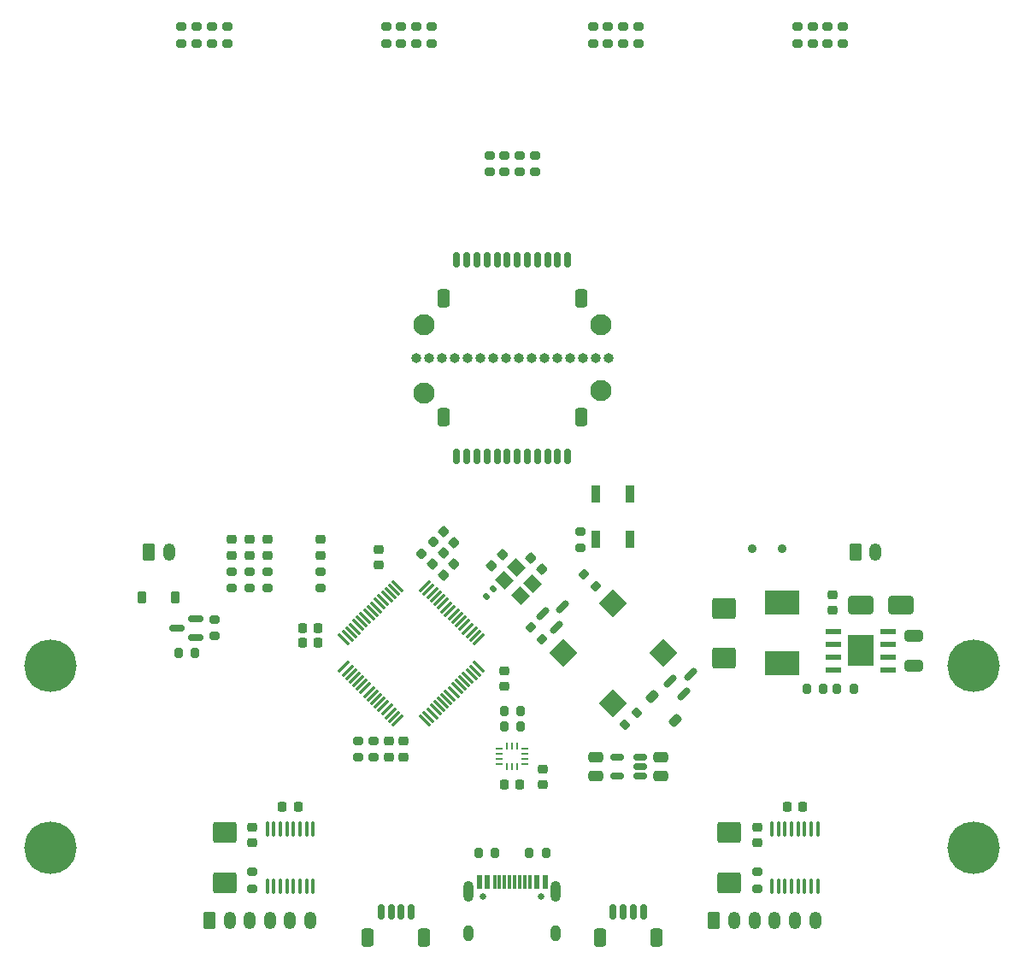
<source format=gbr>
%TF.GenerationSoftware,KiCad,Pcbnew,(7.0.0)*%
%TF.CreationDate,2023-09-26T23:36:23+07:00*%
%TF.ProjectId,Line Tracer F405RGT,4c696e65-2054-4726-9163-657220463430,rev?*%
%TF.SameCoordinates,Original*%
%TF.FileFunction,Soldermask,Top*%
%TF.FilePolarity,Negative*%
%FSLAX46Y46*%
G04 Gerber Fmt 4.6, Leading zero omitted, Abs format (unit mm)*
G04 Created by KiCad (PCBNEW (7.0.0)) date 2023-09-26 23:36:23*
%MOMM*%
%LPD*%
G01*
G04 APERTURE LIST*
G04 Aperture macros list*
%AMRoundRect*
0 Rectangle with rounded corners*
0 $1 Rounding radius*
0 $2 $3 $4 $5 $6 $7 $8 $9 X,Y pos of 4 corners*
0 Add a 4 corners polygon primitive as box body*
4,1,4,$2,$3,$4,$5,$6,$7,$8,$9,$2,$3,0*
0 Add four circle primitives for the rounded corners*
1,1,$1+$1,$2,$3*
1,1,$1+$1,$4,$5*
1,1,$1+$1,$6,$7*
1,1,$1+$1,$8,$9*
0 Add four rect primitives between the rounded corners*
20,1,$1+$1,$2,$3,$4,$5,0*
20,1,$1+$1,$4,$5,$6,$7,0*
20,1,$1+$1,$6,$7,$8,$9,0*
20,1,$1+$1,$8,$9,$2,$3,0*%
%AMRotRect*
0 Rectangle, with rotation*
0 The origin of the aperture is its center*
0 $1 length*
0 $2 width*
0 $3 Rotation angle, in degrees counterclockwise*
0 Add horizontal line*
21,1,$1,$2,0,0,$3*%
G04 Aperture macros list end*
%ADD10RoundRect,0.150000X0.587500X0.150000X-0.587500X0.150000X-0.587500X-0.150000X0.587500X-0.150000X0*%
%ADD11RoundRect,0.200000X-0.275000X0.200000X-0.275000X-0.200000X0.275000X-0.200000X0.275000X0.200000X0*%
%ADD12R,0.900000X1.700000*%
%ADD13RoundRect,0.200000X-0.053033X0.335876X-0.335876X0.053033X0.053033X-0.335876X0.335876X-0.053033X0*%
%ADD14RoundRect,0.250000X-0.350000X-0.625000X0.350000X-0.625000X0.350000X0.625000X-0.350000X0.625000X0*%
%ADD15O,1.200000X1.750000*%
%ADD16RoundRect,0.150000X0.150000X0.625000X-0.150000X0.625000X-0.150000X-0.625000X0.150000X-0.625000X0*%
%ADD17RoundRect,0.250000X0.350000X0.650000X-0.350000X0.650000X-0.350000X-0.650000X0.350000X-0.650000X0*%
%ADD18RoundRect,0.225000X-0.250000X0.225000X-0.250000X-0.225000X0.250000X-0.225000X0.250000X0.225000X0*%
%ADD19RoundRect,0.150000X-0.309359X-0.521491X0.521491X0.309359X0.309359X0.521491X-0.521491X-0.309359X0*%
%ADD20RoundRect,0.225000X0.225000X0.250000X-0.225000X0.250000X-0.225000X-0.250000X0.225000X-0.250000X0*%
%ADD21RoundRect,0.225000X0.250000X-0.225000X0.250000X0.225000X-0.250000X0.225000X-0.250000X-0.225000X0*%
%ADD22RoundRect,0.200000X0.275000X-0.200000X0.275000X0.200000X-0.275000X0.200000X-0.275000X-0.200000X0*%
%ADD23R,3.500000X2.350000*%
%ADD24C,2.100000*%
%ADD25RoundRect,0.100000X0.100000X-0.637500X0.100000X0.637500X-0.100000X0.637500X-0.100000X-0.637500X0*%
%ADD26RoundRect,0.200000X0.200000X0.275000X-0.200000X0.275000X-0.200000X-0.275000X0.200000X-0.275000X0*%
%ADD27O,1.000000X1.000000*%
%ADD28RoundRect,0.218750X0.026517X-0.335876X0.335876X-0.026517X-0.026517X0.335876X-0.335876X0.026517X0*%
%ADD29RoundRect,0.250000X0.475000X-0.250000X0.475000X0.250000X-0.475000X0.250000X-0.475000X-0.250000X0*%
%ADD30RoundRect,0.250000X-0.925000X0.787500X-0.925000X-0.787500X0.925000X-0.787500X0.925000X0.787500X0*%
%ADD31RoundRect,0.200000X0.335876X0.053033X0.053033X0.335876X-0.335876X-0.053033X-0.053033X-0.335876X0*%
%ADD32RoundRect,0.225000X-0.335876X-0.017678X-0.017678X-0.335876X0.335876X0.017678X0.017678X0.335876X0*%
%ADD33RoundRect,0.200000X-0.200000X-0.275000X0.200000X-0.275000X0.200000X0.275000X-0.200000X0.275000X0*%
%ADD34RoundRect,0.225000X0.017678X-0.335876X0.335876X-0.017678X-0.017678X0.335876X-0.335876X0.017678X0*%
%ADD35RoundRect,0.150000X-0.150000X-0.625000X0.150000X-0.625000X0.150000X0.625000X-0.150000X0.625000X0*%
%ADD36RoundRect,0.250000X-0.350000X-0.650000X0.350000X-0.650000X0.350000X0.650000X-0.350000X0.650000X0*%
%ADD37RoundRect,0.225000X-0.225000X-0.250000X0.225000X-0.250000X0.225000X0.250000X-0.225000X0.250000X0*%
%ADD38RoundRect,0.218750X0.256250X-0.218750X0.256250X0.218750X-0.256250X0.218750X-0.256250X-0.218750X0*%
%ADD39RoundRect,0.250000X0.925000X-0.787500X0.925000X0.787500X-0.925000X0.787500X-0.925000X-0.787500X0*%
%ADD40RoundRect,0.250000X-0.650000X0.325000X-0.650000X-0.325000X0.650000X-0.325000X0.650000X0.325000X0*%
%ADD41RoundRect,0.135000X0.035355X-0.226274X0.226274X-0.035355X-0.035355X0.226274X-0.226274X0.035355X0*%
%ADD42RotRect,2.000000X2.000000X225.000000*%
%ADD43R,0.675000X0.250000*%
%ADD44R,0.250000X0.675000*%
%ADD45RoundRect,0.250000X-0.475000X0.250000X-0.475000X-0.250000X0.475000X-0.250000X0.475000X0.250000X0*%
%ADD46RoundRect,0.225000X0.424264X0.106066X0.106066X0.424264X-0.424264X-0.106066X-0.106066X-0.424264X0*%
%ADD47RoundRect,0.075000X0.441942X0.548008X-0.548008X-0.441942X-0.441942X-0.548008X0.548008X0.441942X0*%
%ADD48RoundRect,0.075000X-0.441942X0.548008X-0.548008X0.441942X0.441942X-0.548008X0.548008X-0.441942X0*%
%ADD49C,5.200000*%
%ADD50C,0.650000*%
%ADD51R,0.600000X1.450000*%
%ADD52R,0.300000X1.450000*%
%ADD53O,1.000000X2.100000*%
%ADD54O,1.000000X1.600000*%
%ADD55RoundRect,0.225000X-0.225000X-0.375000X0.225000X-0.375000X0.225000X0.375000X-0.225000X0.375000X0*%
%ADD56R,1.550000X0.600000*%
%ADD57R,2.600000X3.100000*%
%ADD58RoundRect,0.225000X0.335876X0.017678X0.017678X0.335876X-0.335876X-0.017678X-0.017678X-0.335876X0*%
%ADD59RoundRect,0.150000X0.512500X0.150000X-0.512500X0.150000X-0.512500X-0.150000X0.512500X-0.150000X0*%
%ADD60RotRect,1.400000X1.200000X135.000000*%
%ADD61RoundRect,0.200000X-0.335876X-0.053033X-0.053033X-0.335876X0.335876X0.053033X0.053033X0.335876X0*%
%ADD62RoundRect,0.250000X1.000000X0.650000X-1.000000X0.650000X-1.000000X-0.650000X1.000000X-0.650000X0*%
%ADD63C,0.900000*%
G04 APERTURE END LIST*
D10*
%TO.C,Q2*%
X114737500Y-113800000D03*
X114737500Y-111900000D03*
X112862500Y-112850000D03*
%TD*%
D11*
%TO.C,R14*%
X158550000Y-53275000D03*
X158550000Y-54925000D03*
%TD*%
D12*
%TO.C,SW3*%
X154349999Y-99599999D03*
X157749999Y-99599999D03*
%TD*%
D13*
%TO.C,R3*%
X158383363Y-121266637D03*
X157216637Y-122433363D03*
%TD*%
D14*
%TO.C,J3*%
X166050000Y-141800000D03*
D15*
X168049999Y-141799999D03*
X170049999Y-141799999D03*
X172049999Y-141799999D03*
X174049999Y-141799999D03*
X176049999Y-141799999D03*
%TD*%
D12*
%TO.C,SW2*%
X154349999Y-104099999D03*
X157749999Y-104099999D03*
%TD*%
D16*
%TO.C,J7*%
X136050000Y-141025000D03*
X135050000Y-141025000D03*
X134050000Y-141025000D03*
X133050000Y-141025000D03*
D17*
X137350000Y-143550000D03*
X131750000Y-143550000D03*
%TD*%
D18*
%TO.C,C10*%
X149050000Y-126825000D03*
X149050000Y-128375000D03*
%TD*%
D11*
%TO.C,R22*%
X113300000Y-53275000D03*
X113300000Y-54925000D03*
%TD*%
D19*
%TO.C,Q3*%
X149058482Y-111452074D03*
X150401985Y-112795577D03*
X151056059Y-110798000D03*
%TD*%
D11*
%TO.C,R13*%
X178800000Y-53275000D03*
X178800000Y-54925000D03*
%TD*%
D20*
%TO.C,C8*%
X126825000Y-112850000D03*
X125275000Y-112850000D03*
%TD*%
D21*
%TO.C,C23*%
X177800000Y-111125000D03*
X177800000Y-109575000D03*
%TD*%
%TO.C,C2*%
X132800000Y-106625000D03*
X132800000Y-105075000D03*
%TD*%
D22*
%TO.C,R7*%
X120050000Y-108925000D03*
X120050000Y-107275000D03*
%TD*%
D23*
%TO.C,L1*%
X172799999Y-110325000D03*
X172799999Y-116375000D03*
%TD*%
D18*
%TO.C,C18*%
X120300000Y-132575000D03*
X120300000Y-134125000D03*
%TD*%
D24*
%TO.C,REF\u002A\u002A*%
X154800000Y-89350000D03*
%TD*%
D25*
%TO.C,U16*%
X121775000Y-138462500D03*
X122425000Y-138462500D03*
X123075000Y-138462500D03*
X123725000Y-138462500D03*
X124375000Y-138462500D03*
X125025000Y-138462500D03*
X125675000Y-138462500D03*
X126325000Y-138462500D03*
X126325000Y-132737500D03*
X125675000Y-132737500D03*
X125025000Y-132737500D03*
X124375000Y-132737500D03*
X123725000Y-132737500D03*
X123075000Y-132737500D03*
X122425000Y-132737500D03*
X121775000Y-132737500D03*
%TD*%
D22*
%TO.C,R32*%
X116550000Y-113675000D03*
X116550000Y-112025000D03*
%TD*%
D26*
%TO.C,R2*%
X149375000Y-135100000D03*
X147725000Y-135100000D03*
%TD*%
D27*
%TO.C,REF\u002A\u002A*%
X136549999Y-86099999D03*
X137819999Y-86099999D03*
X139089999Y-86099999D03*
X140359999Y-86099999D03*
X141629999Y-86099999D03*
X142899999Y-86099999D03*
X144169999Y-86099999D03*
X145439999Y-86099999D03*
X146709999Y-86099999D03*
X147979999Y-86099999D03*
X149249999Y-86099999D03*
X150519999Y-86099999D03*
X151789999Y-86099999D03*
X153059999Y-86099999D03*
X154329999Y-86099999D03*
X155599999Y-86099999D03*
%TD*%
D11*
%TO.C,R16*%
X177300000Y-53275000D03*
X177300000Y-54925000D03*
%TD*%
D25*
%TO.C,U15*%
X171775000Y-138462500D03*
X172425000Y-138462500D03*
X173075000Y-138462500D03*
X173725000Y-138462500D03*
X174375000Y-138462500D03*
X175025000Y-138462500D03*
X175675000Y-138462500D03*
X176325000Y-138462500D03*
X176325000Y-132737500D03*
X175675000Y-132737500D03*
X175025000Y-132737500D03*
X174375000Y-132737500D03*
X173725000Y-132737500D03*
X173075000Y-132737500D03*
X172425000Y-132737500D03*
X171775000Y-132737500D03*
%TD*%
D28*
%TO.C,FB1*%
X137084143Y-105477022D03*
X138197837Y-104363328D03*
%TD*%
D16*
%TO.C,J10*%
X151550000Y-95850000D03*
X150550000Y-95850000D03*
X149550000Y-95850000D03*
X148550000Y-95850000D03*
X147550000Y-95850000D03*
X146550000Y-95850000D03*
X145550000Y-95850000D03*
X144550000Y-95850000D03*
X143550000Y-95850000D03*
X142550000Y-95850000D03*
X141550000Y-95850000D03*
X140550000Y-95850000D03*
D17*
X152850000Y-91975000D03*
X139250000Y-91975000D03*
%TD*%
D14*
%TO.C,J9*%
X180050000Y-105350000D03*
D15*
X182049999Y-105349999D03*
%TD*%
D29*
%TO.C,C22*%
X154300000Y-127550000D03*
X154300000Y-125650000D03*
%TD*%
D14*
%TO.C,J5*%
X116050000Y-141800000D03*
D15*
X118049999Y-141799999D03*
X120049999Y-141799999D03*
X122049999Y-141799999D03*
X124049999Y-141799999D03*
X126049999Y-141799999D03*
%TD*%
D11*
%TO.C,R20*%
X157050000Y-53275000D03*
X157050000Y-54925000D03*
%TD*%
D30*
%TO.C,C19*%
X117550000Y-133137500D03*
X117550000Y-138062500D03*
%TD*%
D11*
%TO.C,R19*%
X174300000Y-53275000D03*
X174300000Y-54925000D03*
%TD*%
%TO.C,R26*%
X148300000Y-66025000D03*
X148300000Y-67675000D03*
%TD*%
D31*
%TO.C,R36*%
X149031965Y-113988819D03*
X147865239Y-112822093D03*
%TD*%
D32*
%TO.C,C5*%
X139214302Y-103311508D03*
X140310318Y-104407524D03*
%TD*%
D18*
%TO.C,C4*%
X135300000Y-124075001D03*
X135300000Y-125625001D03*
%TD*%
D26*
%TO.C,R9*%
X146875000Y-121100000D03*
X145225000Y-121100000D03*
%TD*%
D33*
%TO.C,R1*%
X142725000Y-135100000D03*
X144375000Y-135100000D03*
%TD*%
D34*
%TO.C,C12*%
X143987273Y-106705620D03*
X145083289Y-105609604D03*
%TD*%
D35*
%TO.C,J6*%
X140550000Y-76350000D03*
X141550000Y-76350000D03*
X142550000Y-76350000D03*
X143550000Y-76350000D03*
X144550000Y-76350000D03*
X145550000Y-76350000D03*
X146550000Y-76350000D03*
X147550000Y-76350000D03*
X148550000Y-76350000D03*
X149550000Y-76350000D03*
X150550000Y-76350000D03*
X151550000Y-76350000D03*
D36*
X139250000Y-80225000D03*
X152850000Y-80225000D03*
%TD*%
D34*
%TO.C,C7*%
X138153642Y-106528843D03*
X139249658Y-105432827D03*
%TD*%
D37*
%TO.C,C16*%
X173275000Y-130600000D03*
X174825000Y-130600000D03*
%TD*%
D38*
%TO.C,D4*%
X121800000Y-105637500D03*
X121800000Y-104062500D03*
%TD*%
D11*
%TO.C,R40*%
X135050000Y-53275000D03*
X135050000Y-54925000D03*
%TD*%
D24*
%TO.C,REF\u002A\u002A*%
X154800000Y-82850000D03*
%TD*%
D11*
%TO.C,R41*%
X114800000Y-53275000D03*
X114800000Y-54925000D03*
%TD*%
%TO.C,R31*%
X170300000Y-137025000D03*
X170300000Y-138675000D03*
%TD*%
D39*
%TO.C,C24*%
X167050000Y-115812500D03*
X167050000Y-110887500D03*
%TD*%
D40*
%TO.C,C25*%
X185800001Y-113625000D03*
X185800001Y-116575000D03*
%TD*%
D24*
%TO.C,REF\u002A\u002A*%
X137300000Y-82850000D03*
%TD*%
D18*
%TO.C,C14*%
X170300000Y-132575000D03*
X170300000Y-134125000D03*
%TD*%
D11*
%TO.C,R34*%
X120300000Y-137025000D03*
X120300000Y-138675000D03*
%TD*%
D41*
%TO.C,R10*%
X143467551Y-109700216D03*
X144188799Y-108978968D03*
%TD*%
D11*
%TO.C,R21*%
X117800000Y-53275000D03*
X117800000Y-54925000D03*
%TD*%
D33*
%TO.C,R27*%
X178225000Y-118850000D03*
X179875000Y-118850000D03*
%TD*%
D19*
%TO.C,Q1*%
X161715336Y-118091161D03*
X163058839Y-119434664D03*
X163712913Y-117437087D03*
%TD*%
D11*
%TO.C,R38*%
X175800000Y-53275000D03*
X175800000Y-54925000D03*
%TD*%
D33*
%TO.C,R25*%
X175225000Y-118850000D03*
X176875000Y-118850000D03*
%TD*%
D42*
%TO.C,BZ1*%
X156049999Y-110400252D03*
X151100252Y-115349999D03*
X156049999Y-120299746D03*
X160999746Y-115349999D03*
%TD*%
D11*
%TO.C,R18*%
X133550000Y-53275000D03*
X133550000Y-54925000D03*
%TD*%
D22*
%TO.C,R8*%
X121800000Y-108925000D03*
X121800000Y-107275000D03*
%TD*%
D11*
%TO.C,R5*%
X132300000Y-124025000D03*
X132300000Y-125675000D03*
%TD*%
%TO.C,R30*%
X146800000Y-66025000D03*
X146800000Y-67675000D03*
%TD*%
D14*
%TO.C,J4*%
X110050000Y-105347500D03*
D15*
X112049999Y-105347499D03*
%TD*%
D43*
%TO.C,U2*%
X144787499Y-124849999D03*
X144787499Y-125349999D03*
X144787499Y-125849999D03*
X144787499Y-126349999D03*
D44*
X145549999Y-126612499D03*
X146049999Y-126612499D03*
X146549999Y-126612499D03*
D43*
X147312499Y-126349999D03*
X147312499Y-125849999D03*
X147312499Y-125349999D03*
X147312499Y-124849999D03*
D44*
X146549999Y-124587499D03*
X146049999Y-124587499D03*
X145549999Y-124587499D03*
%TD*%
D11*
%TO.C,R39*%
X155550000Y-53275000D03*
X155550000Y-54925000D03*
%TD*%
D38*
%TO.C,D3*%
X120050000Y-105637500D03*
X120050000Y-104062500D03*
%TD*%
D26*
%TO.C,R33*%
X114625000Y-115350000D03*
X112975000Y-115350000D03*
%TD*%
D11*
%TO.C,R23*%
X136550000Y-53275000D03*
X136550000Y-54925000D03*
%TD*%
D45*
%TO.C,C21*%
X160800000Y-125650000D03*
X160800000Y-127550000D03*
%TD*%
D20*
%TO.C,C1*%
X126825001Y-114350000D03*
X125275001Y-114350000D03*
%TD*%
D46*
%TO.C,D1*%
X162216726Y-122016726D03*
X159883274Y-119683274D03*
%TD*%
D47*
%TO.C,U1*%
X142714481Y-113988819D03*
X142360928Y-113635266D03*
X142007375Y-113281713D03*
X141653821Y-112928159D03*
X141300268Y-112574606D03*
X140946714Y-112221052D03*
X140593161Y-111867499D03*
X140239608Y-111513946D03*
X139886054Y-111160392D03*
X139532501Y-110806839D03*
X139178948Y-110453286D03*
X138825394Y-110099732D03*
X138471841Y-109746179D03*
X138118287Y-109392625D03*
X137764734Y-109039072D03*
X137411181Y-108685519D03*
D48*
X134688819Y-108685519D03*
X134335266Y-109039072D03*
X133981713Y-109392625D03*
X133628159Y-109746179D03*
X133274606Y-110099732D03*
X132921052Y-110453286D03*
X132567499Y-110806839D03*
X132213946Y-111160392D03*
X131860392Y-111513946D03*
X131506839Y-111867499D03*
X131153286Y-112221052D03*
X130799732Y-112574606D03*
X130446179Y-112928159D03*
X130092625Y-113281713D03*
X129739072Y-113635266D03*
X129385519Y-113988819D03*
D47*
X129385519Y-116711181D03*
X129739072Y-117064734D03*
X130092625Y-117418287D03*
X130446179Y-117771841D03*
X130799732Y-118125394D03*
X131153286Y-118478948D03*
X131506839Y-118832501D03*
X131860392Y-119186054D03*
X132213946Y-119539608D03*
X132567499Y-119893161D03*
X132921052Y-120246714D03*
X133274606Y-120600268D03*
X133628159Y-120953821D03*
X133981713Y-121307375D03*
X134335266Y-121660928D03*
X134688819Y-122014481D03*
D48*
X137411181Y-122014481D03*
X137764734Y-121660928D03*
X138118287Y-121307375D03*
X138471841Y-120953821D03*
X138825394Y-120600268D03*
X139178948Y-120246714D03*
X139532501Y-119893161D03*
X139886054Y-119539608D03*
X140239608Y-119186054D03*
X140593161Y-118832501D03*
X140946714Y-118478948D03*
X141300268Y-118125394D03*
X141653821Y-117771841D03*
X142007375Y-117418287D03*
X142360928Y-117064734D03*
X142714481Y-116711181D03*
%TD*%
D49*
%TO.C,REF\u002A\u002A*%
X191770000Y-134600000D03*
X191770000Y-116600000D03*
%TD*%
D11*
%TO.C,R15*%
X154050000Y-53275000D03*
X154050000Y-54925000D03*
%TD*%
D50*
%TO.C,J1*%
X143160000Y-139481250D03*
X148940000Y-139481250D03*
D51*
X142799999Y-138036249D03*
X143599999Y-138036249D03*
D52*
X144799999Y-138036249D03*
X145799999Y-138036249D03*
X146299999Y-138036249D03*
X147299999Y-138036249D03*
D51*
X148499999Y-138036249D03*
X149299999Y-138036249D03*
X149299999Y-138036249D03*
X148499999Y-138036249D03*
D52*
X147799999Y-138036249D03*
X146799999Y-138036249D03*
X145299999Y-138036249D03*
X144299999Y-138036249D03*
D51*
X143599999Y-138036249D03*
X142799999Y-138036249D03*
D53*
X141729999Y-138951249D03*
D54*
X141729999Y-143131249D03*
D53*
X150369999Y-138951249D03*
D54*
X150369999Y-143131249D03*
%TD*%
D18*
%TO.C,C3*%
X145300000Y-117075000D03*
X145300000Y-118625000D03*
%TD*%
D55*
%TO.C,D5*%
X109400000Y-109850000D03*
X112700000Y-109850000D03*
%TD*%
D11*
%TO.C,R17*%
X138050000Y-53275000D03*
X138050000Y-54925000D03*
%TD*%
D22*
%TO.C,R11*%
X152800000Y-104925000D03*
X152800000Y-103275000D03*
%TD*%
D34*
%TO.C,C6*%
X139214303Y-107589503D03*
X140310319Y-106493487D03*
%TD*%
D11*
%TO.C,R4*%
X130800000Y-124025000D03*
X130800000Y-125675000D03*
%TD*%
D22*
%TO.C,R6*%
X118300000Y-108925000D03*
X118300000Y-107275000D03*
%TD*%
D56*
%TO.C,U13*%
X177849999Y-113194999D03*
X177849999Y-114464999D03*
X177849999Y-115734999D03*
X177849999Y-117004999D03*
X183249999Y-117004999D03*
X183249999Y-115734999D03*
X183249999Y-114464999D03*
X183249999Y-113194999D03*
D57*
X180549999Y-115099999D03*
%TD*%
D58*
%TO.C,C11*%
X148972377Y-107059173D03*
X147876361Y-105963157D03*
%TD*%
D26*
%TO.C,R12*%
X146875000Y-122600000D03*
X145225000Y-122600000D03*
%TD*%
D11*
%TO.C,R28*%
X143800000Y-66025000D03*
X143800000Y-67675000D03*
%TD*%
D24*
%TO.C,REF\u002A\u002A*%
X137300000Y-89600000D03*
%TD*%
D18*
%TO.C,C9*%
X133800000Y-124075000D03*
X133800000Y-125625000D03*
%TD*%
D38*
%TO.C,D7*%
X127050000Y-105637500D03*
X127050000Y-104062500D03*
%TD*%
D49*
%TO.C,REF\u002A\u002A*%
X100330000Y-116600000D03*
X100330000Y-134600000D03*
%TD*%
D16*
%TO.C,J2*%
X159050000Y-141025000D03*
X158050000Y-141025000D03*
X157050000Y-141025000D03*
X156050000Y-141025000D03*
D17*
X160350000Y-143550000D03*
X154750000Y-143550000D03*
%TD*%
D11*
%TO.C,R37*%
X145300000Y-66025000D03*
X145300000Y-67675000D03*
%TD*%
D59*
%TO.C,U11*%
X158687500Y-127550000D03*
X158687500Y-126600000D03*
X158687500Y-125650000D03*
X156412500Y-125650000D03*
X156412500Y-127550000D03*
%TD*%
D22*
%TO.C,R29*%
X127050000Y-108925000D03*
X127050000Y-107275000D03*
%TD*%
D60*
%TO.C,Y1*%
X148035459Y-108455708D03*
X146479824Y-106900073D03*
X145277743Y-108102154D03*
X146833378Y-109657789D03*
%TD*%
D38*
%TO.C,D2*%
X118300000Y-105637500D03*
X118300000Y-104062500D03*
%TD*%
D30*
%TO.C,C15*%
X167550000Y-133137500D03*
X167550000Y-138062500D03*
%TD*%
D11*
%TO.C,R24*%
X116300000Y-53275000D03*
X116300000Y-54925000D03*
%TD*%
D37*
%TO.C,C20*%
X123275000Y-130600000D03*
X124825000Y-130600000D03*
%TD*%
D61*
%TO.C,R35*%
X153168540Y-107518792D03*
X154335266Y-108685518D03*
%TD*%
D62*
%TO.C,D6*%
X184550000Y-110600000D03*
X180550000Y-110600000D03*
%TD*%
D37*
%TO.C,C13*%
X145275000Y-128350000D03*
X146825000Y-128350000D03*
%TD*%
D63*
%TO.C,SW1*%
X169800000Y-105020000D03*
X172800000Y-105020000D03*
%TD*%
M02*

</source>
